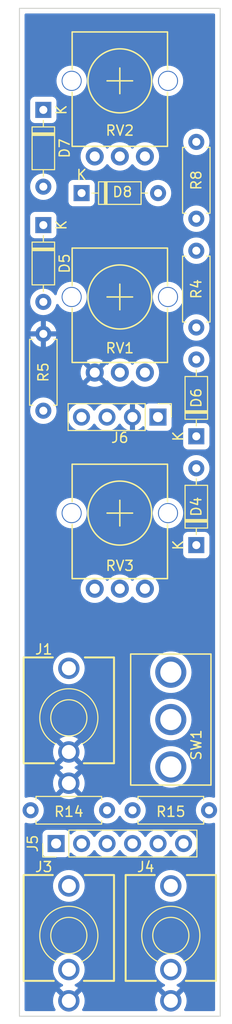
<source format=kicad_pcb>
(kicad_pcb (version 20211014) (generator pcbnew)
  (layers (0 "F.Cu" signal) (31 "B.Cu" signal) (34 "B.Paste" user) (35 "F.Paste" user) (36 "B.SilkS" user "B.Silkscreen") (37 "F.SilkS" user "F.Silkscreen") (38 "B.Mask" user) (39 "F.Mask" user) (44 "Edge.Cuts" user))
  (net 0 "")
  (net 1 "Net-(D4-Pad1)")
  (net 2 "Switch3A")
  (net 3 "Net-(D5-Pad1)")
  (net 4 "Conn1A")
  (net 5 "Net-(D6-Pad1)")
  (net 6 "Switch1A")
  (net 7 "Net-(D7-Pad1)")
  (net 8 "Net-(D7-Pad2)")
  (net 9 "Net-(D8-Pad2)")
  (net 10 "GroundA")
  (net 11 "GateJackA")
  (net 12 "Net-(J3-PadT)")
  (net 13 "Net-(J4-PadT)")
  (net 14 "OutJackA")
  (net 15 "InvOutJackA")
  (net 16 "Switch2A")
  (net 17 "Conn3A")
  (net 18 "Conn4A")
  (net 19 "Net-(R4-Pad2)")
  (footprint "Eurocad:Alpha9mmPot" (layer "F.Cu") (at 151.13 73.025)
    (fp_text reference "RV1" (at 0 5.08) (layer "F.SilkS"))
    (fp_text value "A100K Sustain")
    (fp_line (start -4.75 -4.85) (end 4.75 -4.85) (layer "F.SilkS") (width 0.15))
    (fp_line (start -4.75 6.5) (end 4.75 6.5) (layer "F.SilkS") (width 0.15))
    (fp_line (start 4.75 -4.85) (end 4.75 -1.143) (layer "F.SilkS") (width 0.15))
    (fp_line (start -4.75 1.143) (end -4.75 6.5) (layer "F.SilkS") (width 0.15))
    (fp_line (start -1.27 0) (end 1.27 0) (layer "F.SilkS") (width 0.15))
    (fp_line (start -4.75 -4.85) (end -4.75 -1.143) (layer "F.SilkS") (width 0.15))
    (fp_line (start 4.75 1.143) (end 4.75 6.5) (layer "F.SilkS") (width 0.15))
    (fp_line (start 0 -1.27) (end 0 1.27) (layer "F.SilkS") (width 0.15))
    (fp_circle (center 0 0) (end 3.175 0) (layer "F.SilkS") (width 0.15) (fill none))
    (pad "" thru_hole circle (at -4.8 0) (size 2 2) (drill 1.8) (layers *.Cu *.Mask))
    (pad "" thru_hole circle (at 4.8 0) (size 2 2) (drill 1.8) (layers *.Cu *.Mask))
    (pad "1" thru_hole circle (at -2.5 7.5) (size 1.8 1.8) (drill 1) (layers *.Cu *.Mask) (net 10 "GroundA"))
    (pad "2" thru_hole circle (at 0 7.5) (size 1.8 1.8) (drill 1) (layers *.Cu *.Mask) (net 19 "Net-(R4-Pad2)"))
    (pad "3" thru_hole circle (at 2.5 7.5) (size 1.8 1.8) (drill 1) (layers *.Cu *.Mask) (net 3 "Net-(D5-Pad1)"))
  )
  (footprint "Connector_PinHeader_2.54mm:PinHeader_1x04_P2.54mm_Vertical" (layer "F.Cu") (at 154.93 84.94375 -90)
    (fp_text reference "J6" (at 2.05125 3.8 180) (layer "F.SilkS"))
    (fp_text value "Conn_01x04_Male")
    (fp_line (start -1.33 0) (end -1.33 -1.33) (layer "F.SilkS") (width 0.12))
    (fp_line (start 1.33 1.27) (end 1.33 8.95) (layer "F.SilkS") (width 0.12))
    (fp_line (start -1.33 -1.33) (end 0 -1.33) (layer "F.SilkS") (width 0.12))
    (fp_line (start -1.33 8.95) (end 1.33 8.95) (layer "F.SilkS") (width 0.12))
    (fp_line (start -1.33 1.27) (end -1.33 8.95) (layer "F.SilkS") (width 0.12))
    (fp_line (start -1.33 1.27) (end 1.33 1.27) (layer "F.SilkS") (width 0.12))
    (pad "1" thru_hole rect (at 0 0 270) (size 1.7 1.7) (drill 1) (layers *.Cu *.Mask) (net 4 "Conn1A"))
    (pad "2" thru_hole oval (at 0 2.54 270) (size 1.7 1.7) (drill 1) (layers *.Cu *.Mask) (net 10 "GroundA"))
    (pad "3" thru_hole oval (at 0 5.08 270) (size 1.7 1.7) (drill 1) (layers *.Cu *.Mask) (net 17 "Conn3A"))
    (pad "4" thru_hole oval (at 0 7.62 270) (size 1.7 1.7) (drill 1) (layers *.Cu *.Mask) (net 18 "Conn4A"))
  )
  (footprint "Resistor_THT:R_Axial_DIN0207_L6.3mm_D2.5mm_P7.62mm_Horizontal" (layer "F.Cu") (at 158.75 57.63875 -90)
    (fp_text reference "R8" (at 3.81 0 90) (layer "F.SilkS"))
    (fp_text value "100")
    (fp_line (start 0.54 -1.04) (end 0.54 -1.37) (layer "F.SilkS") (width 0.12))
    (fp_line (start 0.54 -1.37) (end 7.08 -1.37) (layer "F.SilkS") (width 0.12))
    (fp_line (start 7.08 -1.37) (end 7.08 -1.04) (layer "F.SilkS") (width 0.12))
    (fp_line (start 7.08 1.37) (end 7.08 1.04) (layer "F.SilkS") (width 0.12))
    (fp_line (start 0.54 1.04) (end 0.54 1.37) (layer "F.SilkS") (width 0.12))
    (fp_line (start 0.54 1.37) (end 7.08 1.37) (layer "F.SilkS") (width 0.12))
    (pad "1" thru_hole circle (at 0 0 270) (size 1.6 1.6) (drill 0.8) (layers *.Cu *.Mask) (net 8 "Net-(D7-Pad2)"))
    (pad "2" thru_hole oval (at 7.62 0 270) (size 1.6 1.6) (drill 0.8) (layers *.Cu *.Mask) (net 17 "Conn3A"))
  )
  (footprint "Eurocad:SPDT toggle on-off-on" (layer "F.Cu") (at 156.21 114.95375 90)
    (fp_text reference "SW1" (at -2.52125 2.54 90) (layer "F.SilkS"))
    (fp_text value "SW_SPDT")
    (fp_line (start -6.5 4) (end -6.5 -4) (layer "F.SilkS") (width 0.15))
    (fp_line (start -6.5 -4) (end 6.5 -4) (layer "F.SilkS") (width 0.15))
    (fp_line (start 6.5 4) (end -6.5 4) (layer "F.SilkS") (width 0.15))
    (fp_line (start 6.5 -4) (end 6.5 4) (layer "F.SilkS") (width 0.15))
    (pad "1" thru_hole circle (at -4.7 0 90) (size 3.1 3.1) (drill 2.1) (layers *.Cu *.Mask) (net 5 "Net-(D6-Pad1)"))
    (pad "2" thru_hole circle (at 0 0 90) (size 3.1 3.1) (drill 2.1) (layers *.Cu *.Mask) (net 16 "Switch2A"))
    (pad "3" thru_hole circle (at 4.7 0 90) (size 3.1 3.1) (drill 2.1) (layers *.Cu *.Mask) (net 1 "Net-(D4-Pad1)"))
  )
  (footprint "Resistor_THT:R_Axial_DIN0207_L6.3mm_D2.5mm_P7.62mm_Horizontal" (layer "F.Cu") (at 158.75 76.05375 90)
    (fp_text reference "R4" (at 3.81 0 90) (layer "F.SilkS"))
    (fp_text value "100K")
    (fp_line (start 0.54 1.04) (end 0.54 1.37) (layer "F.SilkS") (width 0.12))
    (fp_line (start 7.08 1.37) (end 7.08 1.04) (layer "F.SilkS") (width 0.12))
    (fp_line (start 0.54 -1.37) (end 7.08 -1.37) (layer "F.SilkS") (width 0.12))
    (fp_line (start 7.08 -1.37) (end 7.08 -1.04) (layer "F.SilkS") (width 0.12))
    (fp_line (start 0.54 1.37) (end 7.08 1.37) (layer "F.SilkS") (width 0.12))
    (fp_line (start 0.54 -1.04) (end 0.54 -1.37) (layer "F.SilkS") (width 0.12))
    (pad "1" thru_hole circle (at 0 0 90) (size 1.6 1.6) (drill 0.8) (layers *.Cu *.Mask) (net 2 "Switch3A"))
    (pad "2" thru_hole oval (at 7.62 0 90) (size 1.6 1.6) (drill 0.8) (layers *.Cu *.Mask) (net 19 "Net-(R4-Pad2)"))
  )
  (footprint "Diode_THT:D_DO-35_SOD27_P7.62mm_Horizontal" (layer "F.Cu") (at 158.75 86.84875 90)
    (fp_text reference "D6" (at 3.81 0 90) (layer "F.SilkS"))
    (fp_text value "1N4148")
    (fp_text user "K" (at 0 -1.8 90) (layer "F.SilkS"))
    (fp_line (start 2.29 -1.12) (end 2.29 1.12) (layer "F.SilkS") (width 0.12))
    (fp_line (start 5.93 -1.12) (end 1.69 -1.12) (layer "F.SilkS") (width 0.12))
    (fp_line (start 2.41 -1.12) (end 2.41 1.12) (layer "F.SilkS") (width 0.12))
    (fp_line (start 6.58 0) (end 5.93 0) (layer "F.SilkS") (width 0.12))
    (fp_line (start 5.93 1.12) (end 5.93 -1.12) (layer "F.SilkS") (width 0.12))
    (fp_line (start 1.69 1.12) (end 5.93 1.12) (layer "F.SilkS") (width 0.12))
    (fp_line (start 1.69 -1.12) (end 1.69 1.12) (layer "F.SilkS") (width 0.12))
    (fp_line (start 1.04 0) (end 1.69 0) (layer "F.SilkS") (width 0.12))
    (fp_line (start 2.53 -1.12) (end 2.53 1.12) (layer "F.SilkS") (width 0.12))
    (pad "1" thru_hole rect (at 0 0 90) (size 1.6 1.6) (drill 0.8) (layers *.Cu *.Mask) (net 5 "Net-(D6-Pad1)"))
    (pad "2" thru_hole oval (at 7.62 0 90) (size 1.6 1.6) (drill 0.8) (layers *.Cu *.Mask) (net 6 "Switch1A"))
  )
  (footprint "Resistor_THT:R_Axial_DIN0207_L6.3mm_D2.5mm_P7.62mm_Horizontal" (layer "F.Cu") (at 152.4 123.952)
    (fp_text reference "R15" (at 3.81 0.14625) (layer "F.SilkS"))
    (fp_text value "1K")
    (fp_line (start 0.54 -1.04) (end 0.54 -1.37) (layer "F.SilkS") (width 0.12))
    (fp_line (start 0.54 1.37) (end 7.08 1.37) (layer "F.SilkS") (width 0.12))
    (fp_line (start 7.08 -1.37) (end 7.08 -1.04) (layer "F.SilkS") (width 0.12))
    (fp_line (start 0.54 -1.37) (end 7.08 -1.37) (layer "F.SilkS") (width 0.12))
    (fp_line (start 0.54 1.04) (end 0.54 1.37) (layer "F.SilkS") (width 0.12))
    (fp_line (start 7.08 1.37) (end 7.08 1.04) (layer "F.SilkS") (width 0.12))
    (pad "1" thru_hole circle (at 0 0) (size 1.6 1.6) (drill 0.8) (layers *.Cu *.Mask) (net 15 "InvOutJackA"))
    (pad "2" thru_hole oval (at 7.62 0) (size 1.6 1.6) (drill 0.8) (layers *.Cu *.Mask) (net 13 "Net-(J4-PadT)"))
  )
  (footprint "Resistor_THT:R_Axial_DIN0207_L6.3mm_D2.5mm_P7.62mm_Horizontal" (layer "F.Cu") (at 143.51 84.30875 90)
    (fp_text reference "R5" (at 3.81 0 90) (layer "F.SilkS"))
    (fp_text value "100K")
    (fp_line (start 0.54 -1.37) (end 7.08 -1.37) (layer "F.SilkS") (width 0.12))
    (fp_line (start 0.54 1.37) (end 7.08 1.37) (layer "F.SilkS") (width 0.12))
    (fp_line (start 7.08 1.37) (end 7.08 1.04) (layer "F.SilkS") (width 0.12))
    (fp_line (start 0.54 -1.04) (end 0.54 -1.37) (layer "F.SilkS") (width 0.12))
    (fp_line (start 7.08 -1.37) (end 7.08 -1.04) (layer "F.SilkS") (width 0.12))
    (fp_line (start 0.54 1.04) (end 0.54 1.37) (layer "F.SilkS") (width 0.12))
    (pad "1" thru_hole circle (at 0 0 90) (size 1.6 1.6) (drill 0.8) (layers *.Cu *.Mask) (net 5 "Net-(D6-Pad1)"))
    (pad "2" thru_hole oval (at 7.62 0 90) (size 1.6 1.6) (drill 0.8) (layers *.Cu *.Mask) (net 10 "GroundA"))
  )
  (footprint "Diode_THT:D_DO-35_SOD27_P7.62mm_Horizontal" (layer "F.Cu") (at 143.51 54.46375 -90)
    (fp_text reference "D7" (at 3.81 -2.12 90) (layer "F.SilkS"))
    (fp_text value "1N4148")
    (fp_text user "K" (at 0 -1.8 90) (layer "F.SilkS"))
    (fp_line (start 2.53 -1.12) (end 2.53 1.12) (layer "F.SilkS") (width 0.12))
    (fp_line (start 1.69 -1.12) (end 1.69 1.12) (layer "F.SilkS") (width 0.12))
    (fp_line (start 1.04 0) (end 1.69 0) (layer "F.SilkS") (width 0.12))
    (fp_line (start 2.29 -1.12) (end 2.29 1.12) (layer "F.SilkS") (width 0.12))
    (fp_line (start 1.69 1.12) (end 5.93 1.12) (layer "F.SilkS") (width 0.12))
    (fp_line (start 5.93 -1.12) (end 1.69 -1.12) (layer "F.SilkS") (width 0.12))
    (fp_line (start 2.41 -1.12) (end 2.41 1.12) (layer "F.SilkS") (width 0.12))
    (fp_line (start 6.58 0) (end 5.93 0) (layer "F.SilkS") (width 0.12))
    (fp_line (start 5.93 1.12) (end 5.93 -1.12) (layer "F.SilkS") (width 0.12))
    (pad "1" thru_hole rect (at 0 0 270) (size 1.6 1.6) (drill 0.8) (layers *.Cu *.Mask) (net 7 "Net-(D7-Pad1)"))
    (pad "2" thru_hole oval (at 7.62 0 270) (size 1.6 1.6) (drill 0.8) (layers *.Cu *.Mask) (net 8 "Net-(D7-Pad2)"))
  )
  (footprint "pj398m:Jack_3.5mm_QingPu_WQP-PJ398SM_Vertical" (layer "F.Cu") (at 146.05 114.78875)
    (fp_text reference "J1" (at -2.5 -6.8) (layer "F.SilkS"))
    (fp_text value "GATE")
    (fp_line (start 4.5 4.5) (end 4.5 -6) (layer "F.SilkS") (width 0.2))
    (fp_line (start 1.5 4.5) (end 4.5 4.5) (layer "F.SilkS") (width 0.2))
    (fp_line (start -4.5 -6) (end -1.6 -6) (layer "F.SilkS") (width 0.2))
    (fp_line (start 1.6 -6) (end 4.5 -6) (layer "F.SilkS") (width 0.2))
    (fp_line (start -4.5 4.5) (end -4.5 -6) (layer "F.SilkS") (width 0.2))
    (fp_line (start -4.5 4.5) (end -1.5 4.5) (layer "F.SilkS") (width 0.2))
    (fp_arc (start 0 -2.895) (mid 2.817353 -0.665994) (end 1.296263 2.588577) (layer "F.SilkS") (width 0.12))
    (fp_arc (start -1.296263 2.588577) (mid -2.817353 -0.665994) (end 0 -2.895) (layer "F.SilkS") (width 0.12))
    (fp_circle (center 0 0) (end -1.8 0) (layer "F.SilkS") (width 0.12) (fill none))
    (pad "S" thru_hole circle (at 0 6.48) (size 2.13 2.13) (drill 1.4) (layers *.Cu *.Mask) (net 10 "GroundA"))
    (pad "T" thru_hole circle (at 0 -4.92) (size 2.13 2.13) (drill 1.4) (layers *.Cu *.Mask) (net 11 "GateJackA"))
    (pad "TN" thru_hole circle (at 0 3.38) (size 2.13 2.13) (drill 1.4) (layers *.Cu *.Mask) (net 10 "GroundA"))
  )
  (footprint "pj398m:Jack_3.5mm_QingPu_WQP-PJ398SM_Vertical" (layer "F.Cu") (at 156.21 136.37875)
    (fp_text reference "J4" (at -2.5 -6.8) (layer "F.SilkS"))
    (fp_text value "INV OUT")
    (fp_line (start -4.5 4.5) (end -1.5 4.5) (layer "F.SilkS") (width 0.2))
    (fp_line (start -4.5 -6) (end -1.6 -6) (layer "F.SilkS") (width 0.2))
    (fp_line (start -4.5 4.5) (end -4.5 -6) (layer "F.SilkS") (width 0.2))
    (fp_line (start 1.6 -6) (end 4.5 -6) (layer "F.SilkS") (width 0.2))
    (fp_line (start 1.5 4.5) (end 4.5 4.5) (layer "F.SilkS") (width 0.2))
    (fp_line (start 4.5 4.5) (end 4.5 -6) (layer "F.SilkS") (width 0.2))
    (fp_arc (start 0 -2.895) (mid 2.817353 -0.665994) (end 1.296263 2.588577) (layer "F.SilkS") (width 0.12))
    (fp_arc (start -1.296263 2.588577) (mid -2.817353 -0.665994) (end 0 -2.895) (layer "F.SilkS") (width 0.12))
    (fp_circle (center 0 0) (end -1.8 0) (layer "F.SilkS") (width 0.12) (fill none))
    (pad "S" thru_hole circle (at 0 6.48) (size 2.13 2.13) (drill 1.4) (layers *.Cu *.Mask) (net 10 "GroundA"))
    (pad "T" thru_hole circle (at 0 -4.92) (size 2.13 2.13) (drill 1.4) (layers *.Cu *.Mask) (net 13 "Net-(J4-PadT)"))
    (pad "TN" thru_hole circle (at 0 3.38) (size 2.13 2.13) (drill 1.4) (layers *.Cu *.Mask))
  )
  (footprint "pj398m:Jack_3.5mm_QingPu_WQP-PJ398SM_Vertical" (layer "F.Cu") (at 146.05 136.37875)
    (fp_text reference "J3" (at -2.5 -6.8) (layer "F.SilkS"))
    (fp_text value "OUT")
    (fp_line (start 1.6 -6) (end 4.5 -6) (layer "F.SilkS") (width 0.2))
    (fp_line (start -4.5 4.5) (end -1.5 4.5) (layer "F.SilkS") (width 0.2))
    (fp_line (start 1.5 4.5) (end 4.5 4.5) (layer "F.SilkS") (width 0.2))
    (fp_line (start 4.5 4.5) (end 4.5 -6) (layer "F.SilkS") (width 0.2))
    (fp_line (start -4.5 -6) (end -1.6 -6) (layer "F.SilkS") (width 0.2))
    (fp_line (start -4.5 4.5) (end -4.5 -6) (layer "F.SilkS") (width 0.2))
    (fp_arc (start 0 -2.895) (mid 2.817353 -0.665994) (end 1.296263 2.588577) (layer "F.SilkS") (width 0.12))
    (fp_arc (start -1.296263 2.588577) (mid -2.817353 -0.665994) (end 0 -2.895) (layer "F.SilkS") (width 0.12))
    (fp_circle (center 0 0) (end -1.8 0) (layer "F.SilkS") (width 0.12) (fill none))
    (pad "S" thru_hole circle (at 0 6.48) (size 2.13 2.13) (drill 1.4) (layers *.Cu *.Mask) (net 10 "GroundA"))
    (pad "T" thru_hole circle (at 0 -4.92) (size 2.13 2.13) (drill 1.4) (layers *.Cu *.Mask) (net 12 "Net-(J3-PadT)"))
    (pad "TN" thru_hole circle (at 0 3.38) (size 2.13 2.13) (drill 1.4) (layers *.Cu *.Mask))
  )
  (footprint "Eurocad:Alpha9mmPot" (layer "F.Cu") (at 151.13 51.58125)
    (fp_text reference "RV2" (at 0 4.93375) (layer "F.SilkS"))
    (fp_text value "A1M Attack")
    (fp_line (start -4.75 -4.85) (end 4.75 -4.85) (layer "F.SilkS") (width 0.15))
    (fp_line (start -4.75 1.143) (end -4.75 6.5) (layer "F.SilkS") (width 0.15))
    (fp_line (start -1.27 0) (end 1.27 0) (layer "F.SilkS") (width 0.15))
    (fp_line (start 4.75 -4.85) (end 4.75 -1.143) (layer "F.SilkS") (width 0.15))
    (fp_line (start 0 -1.27) (end 0 1.27) (layer "F.SilkS") (width 0.15))
    (fp_line (start -4.75 -4.85) (end -4.75 -1.143) (layer "F.SilkS") (width 0.15))
    (fp_line (start 4.75 1.143) (end 4.75 6.5) (layer "F.SilkS") (width 0.15))
    (fp_line (start -4.75 6.5) (end 4.75 6.5) (layer "F.SilkS") (width 0.15))
    (fp_circle (center 0 0) (end 3.175 0) (layer "F.SilkS") (width 0.15) (fill none))
    (pad "" thru_hole circle (at 4.8 0) (size 2 2) (drill 1.8) (layers *.Cu *.Mask))
    (pad "" thru_hole circle (at -4.8 0) (size 2 2) (drill 1.8) (layers *.Cu *.Mask))
    (pad "1" thru_hole circle (at -2.5 7.5) (size 1.8 1.8) (drill 1) (layers *.Cu *.Mask) (net 18 "Conn4A"))
    (pad "2" thru_hole circle (at 0 7.5) (size 1.8 1.8) (drill 1) (layers *.Cu *.Mask) (net 18 "Conn4A"))
    (pad "3" thru_hole circle (at 2.5 7.5) (size 1.8 1.8) (drill 1) (layers *.Cu *.Mask) (net 7 "Net-(D7-Pad1)"))
  )
  (footprint "Eurocad:Alpha9mmPot" (layer "F.Cu") (at 151.13 94.46875)
    (fp_text reference "RV3" (at 0 5.22625) (layer "F.SilkS"))
    (fp_text value "A1M Decay/Release")
    (fp_line (start 4.75 1.143) (end 4.75 6.5) (layer "F.SilkS") (width 0.15))
    (fp_line (start -4.75 -4.85) (end 4.75 -4.85) (layer "F.SilkS") (width 0.15))
    (fp_line (start -1.27 0) (end 1.27 0) (layer "F.SilkS") (width 0.15))
    (fp_line (start -4.75 -4.85) (end -4.75 -1.143) (layer "F.SilkS") (width 0.15))
    (fp_line (start -4.75 6.5) (end 4.75 6.5) (layer "F.SilkS") (width 0.15))
    (fp_line (start 0 -1.27) (end 0 1.27) (layer "F.SilkS") (width 0.15))
    (fp_line (start 4.75 -4.85) (end 4.75 -1.143) (layer "F.SilkS") (width 0.15))
    (fp_line (start -4.75 1.143) (end -4.75 6.5) (layer "F.SilkS") (width 0.15))
    (fp_circle (center 0 0) (end 3.175 0) (layer "F.SilkS") (width 0.15) (fill none))
    (pad "" thru_hole circle (at -4.8 0) (size 2 2) (drill 1.8) (layers *.Cu *.Mask))
    (pad "" thru_hole circle (at 4.8 0) (size 2 2) (drill 1.8) (layers *.Cu *.Mask))
    (pad "1" thru_hole circle (at -2.5 7.5) (size 1.8 1.8) (drill 1) (layers *.Cu *.Mask) (net 18 "Conn4A"))
    (pad "2" thru_hole circle (at 0 7.5) (size 1.8 1.8) (drill 1) (layers *.Cu *.Mask) (net 18 "Conn4A"))
    (pad "3" thru_hole circle (at 2.5 7.5) (size 1.8 1.8) (drill 1) (layers *.Cu *.Mask) (net 9 "Net-(D8-Pad2)"))
  )
  (footprint "Diode_THT:D_DO-35_SOD27_P7.62mm_Horizontal" (layer "F.Cu") (at 147.32 62.71875)
    (fp_text reference "D8" (at 4.064 -0.10775) (layer "F.SilkS"))
    (fp_text value "1N4148")
    (fp_text user "K" (at 0 -1.8) (layer "F.SilkS"))
    (fp_line (start 5.93 1.12) (end 5.93 -1.12) (layer "F.SilkS") (width 0.12))
    (fp_line (start 1.04 0) (end 1.69 0) (layer "F.SilkS") (width 0.12))
    (fp_line (start 5.93 -1.12) (end 1.69 -1.12) (layer "F.SilkS") (width 0.12))
    (fp_line (start 6.58 0) (end 5.93 0) (layer "F.SilkS") (width 0.12))
    (fp_line (start 2.41 -1.12) (end 2.41 1.12) (layer "F.SilkS") (width 0.12))
    (fp_line (start 1.69 -1.12) (end 1.69 1.12) (layer "F.SilkS") (width 0.12))
    (fp_line (start 2.29 -1.12) (end 2.29 1.12) (layer "F.SilkS") (width 0.12))
    (fp_line (start 2.53 -1.12) (end 2.53 1.12) (layer "F.SilkS") (width 0.12))
    (fp_line (start 1.69 1.12) (end 5.93 1.12) (layer "F.SilkS") (width 0.12))
    (pad "1" thru_hole rect (at 0 0) (size 1.6 1.6) (drill 0.8) (layers *.Cu *.Mask) (net 8 "Net-(D7-Pad2)"))
    (pad "2" thru_hole oval (at 7.62 0) (size 1.6 1.6) (drill 0.8) (layers *.Cu *.Mask) (net 9 "Net-(D8-Pad2)"))
  )
  (footprint "Diode_THT:D_DO-35_SOD27_P7.62mm_Horizontal" (layer "F.Cu") (at 143.51 65.89375 -90)
    (fp_text reference "D5" (at 3.81 -2.12 90) (layer "F.SilkS"))
    (fp_text value "1N4148")
    (fp_text user "K" (at 0 -1.8 90) (layer "F.SilkS"))
    (fp_line (start 1.04 0) (end 1.69 0) (layer "F.SilkS") (width 0.12))
    (fp_line (start 2.53 -1.12) (end 2.53 1.12) (layer "F.SilkS") (width 0.12))
    (fp_line (start 6.58 0) (end 5.93 0) (layer "F.SilkS") (width 0.12))
    (fp_line (start 2.41 -1.12) (end 2.41 1.12) (layer "F.SilkS") (width 0.12))
    (fp_line (start 5.93 -1.12) (end 1.69 -1.12) (layer "F.SilkS") (width 0.12))
    (fp_line (start 5.93 1.12) (end 5.93 -1.12) (layer "F.SilkS") (width 0.12))
    (fp_line (start 2.29 -1.12) (end 2.29 1.12) (layer "F.SilkS") (width 0.12))
    (fp_line (start 1.69 1.12) (end 5.93 1.12) (layer "F.SilkS") (width 0.12))
    (fp_line (start 1.69 -1.12) (end 1.69 1.12) (layer "F.SilkS") (width 0.12))
    (pad "1" thru_hole rect (at 0 0 270) (size 1.6 1.6) (drill 0.8) (layers *.Cu *.Mask) (net 3 "Net-(D5-Pad1)"))
    (pad "2" thru_hole oval (at 7.62 0 270) (size 1.6 1.6) (drill 0.8) (layers *.Cu *.Mask) (net 4 "Conn1A"))
  )
  (footprint "Diode_THT:D_DO-35_SOD27_P7.62mm_Horizontal" (layer "F.Cu") (at 158.75 97.64375 90)
    (fp_text reference "D4" (at 3.81 0 90) (layer "F.SilkS"))
    (fp_text value "1N4148")
    (fp_text user "K" (at 0 -1.8 90) (layer "F.SilkS"))
    (fp_line (start 2.53 -1.12) (end 2.53 1.12) (layer "F.SilkS") (width 0.12))
    (fp_line (start 1.69 -1.12) (end 1.69 1.12) (layer "F.SilkS") (width 0.12))
    (fp_line (start 5.93 1.12) (end 5.93 -1.12) (layer "F.SilkS") (width 0.12))
    (fp_line (start 1.04 0) (end 1.69 0) (layer "F.SilkS") (width 0.12))
    (fp_line (start 6.58 0) (end 5.93 0) (layer "F.SilkS") (width 0.12))
    (fp_line (start 1.69 1.12) (end 5.93 1.12) (layer "F.SilkS") (width 0.12))
    (fp_line (start 2.41 -1.12) (end 2.41 1.12) (layer "F.SilkS") (width 0.12))
    (fp_line (start 2.29 -1.12) (end 2.29 1.12) (layer "F.SilkS") (width 0.12))
    (fp_line (start 5.93 -1.12) (end 1.69 -1.12) (layer "F.SilkS") (width 0.12))
    (pad "1" thru_hole rect (at 0 0 90) (size 1.6 1.6) (drill 0.8) (layers *.Cu *.Mask) (net 1 "Net-(D4-Pad1)"))
    (pad "2" thru_hole oval (at 7.62 0 90) (size 1.6 1.6) (drill 0.8) (layers *.Cu *.Mask) (net 2 "Switch3A"))
  )
  (footprint "Connector_PinHeader_2.54mm:PinHeader_1x06_P2.54mm_Vertical" (layer "F.Cu") (at 144.78 127.254 90)
    (fp_text reference "J5" (at 0 -2.33 90) (layer "F.SilkS"))
    (fp_text value "Conn_01x06_Male")
    (fp_line (start -1.33 1.27) (end 1.33 1.27) (layer "F.SilkS") (width 0.12))
    (fp_line (start -1.33 -1.33) (end 0 -1.33) (layer "F.SilkS") (width 0.12))
    (fp_line (start -1.33 14.03) (end 1.33 14.03) (layer "F.SilkS") (width 0.12))
    (fp_line (start -1.33 1.27) (end -1.33 14.03) (layer "F.SilkS") (width 0.12))
    (fp_line (start -1.33 0) (end -1.33 -1.33) (layer "F.SilkS") (width 0.12))
    (fp_line (start 1.33 1.27) (end 1.33 14.03) (layer "F.SilkS") (width 0.12))
    (pad "1" thru_hole rect (at 0 0 90) (size 1.7 1.7) (drill 1) (layers *.Cu *.Mask) (net 11 "GateJackA"))
    (pad "2" thru_hole oval (at 0 2.54 90) (size 1.7 1.7) (drill 1) (layers *.Cu *.Mask) (net 14 "OutJackA"))
    (pad "3" thru_hole oval (at 0 5.08 90) (size 1.7 1.7) (drill 1) (layers *.Cu *.Mask) (net 15 "InvOutJackA"))
    (pad "4" thru_hole oval (at 0 7.62 90) (size 1.7 1.7) (drill 1) (layers *.Cu *.Mask) (net 6 "Switch1A"))
    (pad "5" thru_hole oval (at 0 10.16 90) (size 1.7 1.7) (drill 1) (layers *.Cu *.Mask) (net 16 "Switch2A"))
    (pad "6" thru_hole oval (at 0 12.7 90) (size 1.7 1.7) (drill 1) (layers *.Cu *.Mask) (net 2 "Switch3A"))
  )
  (footprint "Resistor_THT:R_Axial_DIN0207_L6.3mm_D2.5mm_P7.62mm_Horizontal" (layer "F.Cu") (at 142.24 123.952)
    (fp_text reference "R14" (at 3.81 0.14625) (layer "F.SilkS"))
    (fp_text value "1K")
    (fp_line (start 0.54 1.04) (end 0.54 1.37) (layer "F.SilkS") (width 0.12))
    (fp_line (start 0.54 1.37) (end 7.08 1.37) (layer "F.SilkS") (width 0.12))
    (fp_line (start 7.08 -1.37) (end 7.08 -1.04) (layer "F.SilkS") (width 0.12))
    (fp_line (start 0.54 -1.37) (end 7.08 -1.37) (layer "F.SilkS") (width 0.12))
    (fp_line (start 0.54 -1.04) (end 0.54 -1.37) (layer "F.SilkS") (width 0.12))
    (fp_line (start 7.08 1.37) (end 7.08 1.04) (layer "F.SilkS") (width 0.12))
    (pad "1" thru_hole circle (at 0 0) (size 1.6 1.6) (drill 0.8) (layers *.Cu *.Mask) (net 14 "OutJackA"))
    (pad "2" thru_hole oval (at 7.62 0) (size 1.6 1.6) (drill 0.8) (layers *.Cu *.Mask) (net 12 "Net-(J3-PadT)"))
  )
  (gr_line (start 141.13 144.38875) (end 161.13 144.38875) (layer "Edge.Cuts") (width 0.1))
  (gr_line (start 141.13 44.38875) (end 141.13 144.38875) (layer "Edge.Cuts") (width 0.1))
  (gr_line (start 141.13 44.38875) (end 161.13 44.38875) (layer "Edge.Cuts") (width 0.1))
  (gr_line (start 161.13 44.38875) (end 161.13 144.38875) (layer "Edge.Cuts") (width 0.1))
  (zone (net 10) (net_name "GroundA") (layer "B.Cu") (connect_pads (clearance 0.508)) (min_thickness 0.254) (fill yes (thermal_gap 0.508) (thermal_bridge_width 0.508))
    (polygon (pts (xy 161.798 145.161) (xy 139.954 144.907) (xy 139.192 43.561) (xy 162.306 43.561)))
  )
)
</source>
